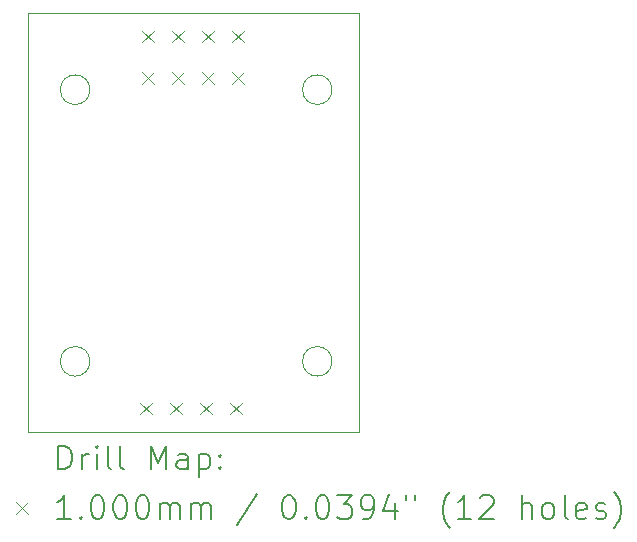
<source format=gbr>
%TF.GenerationSoftware,KiCad,Pcbnew,8.0.5*%
%TF.CreationDate,2024-10-02T23:49:12-05:00*%
%TF.ProjectId,OLED PCB,4f4c4544-2050-4434-922e-6b696361645f,rev?*%
%TF.SameCoordinates,Original*%
%TF.FileFunction,Drillmap*%
%TF.FilePolarity,Positive*%
%FSLAX45Y45*%
G04 Gerber Fmt 4.5, Leading zero omitted, Abs format (unit mm)*
G04 Created by KiCad (PCBNEW 8.0.5) date 2024-10-02 23:49:12*
%MOMM*%
%LPD*%
G01*
G04 APERTURE LIST*
%ADD10C,0.050000*%
%ADD11C,0.200000*%
%ADD12C,0.100000*%
G04 APERTURE END LIST*
D10*
X18575000Y-10450000D02*
G75*
G02*
X18325000Y-10450000I-125000J0D01*
G01*
X18325000Y-10450000D02*
G75*
G02*
X18575000Y-10450000I125000J0D01*
G01*
X18575000Y-8150000D02*
G75*
G02*
X18325000Y-8150000I-125000J0D01*
G01*
X18325000Y-8150000D02*
G75*
G02*
X18575000Y-8150000I125000J0D01*
G01*
X16525000Y-8150000D02*
G75*
G02*
X16275000Y-8150000I-125000J0D01*
G01*
X16275000Y-8150000D02*
G75*
G02*
X16525000Y-8150000I125000J0D01*
G01*
X16525000Y-10450000D02*
G75*
G02*
X16275000Y-10450000I-125000J0D01*
G01*
X16275000Y-10450000D02*
G75*
G02*
X16525000Y-10450000I125000J0D01*
G01*
X16000000Y-7500000D02*
X18800000Y-7500000D01*
X18800000Y-11050000D01*
X16000000Y-11050000D01*
X16000000Y-7500000D01*
D11*
D12*
X16950000Y-10800000D02*
X17050000Y-10900000D01*
X17050000Y-10800000D02*
X16950000Y-10900000D01*
X16969000Y-7650000D02*
X17069000Y-7750000D01*
X17069000Y-7650000D02*
X16969000Y-7750000D01*
X16969000Y-8000000D02*
X17069000Y-8100000D01*
X17069000Y-8000000D02*
X16969000Y-8100000D01*
X17204000Y-10800000D02*
X17304000Y-10900000D01*
X17304000Y-10800000D02*
X17204000Y-10900000D01*
X17223000Y-7650000D02*
X17323000Y-7750000D01*
X17323000Y-7650000D02*
X17223000Y-7750000D01*
X17223000Y-8000000D02*
X17323000Y-8100000D01*
X17323000Y-8000000D02*
X17223000Y-8100000D01*
X17458000Y-10800000D02*
X17558000Y-10900000D01*
X17558000Y-10800000D02*
X17458000Y-10900000D01*
X17477000Y-7650000D02*
X17577000Y-7750000D01*
X17577000Y-7650000D02*
X17477000Y-7750000D01*
X17477000Y-8000000D02*
X17577000Y-8100000D01*
X17577000Y-8000000D02*
X17477000Y-8100000D01*
X17712000Y-10800000D02*
X17812000Y-10900000D01*
X17812000Y-10800000D02*
X17712000Y-10900000D01*
X17731000Y-7650000D02*
X17831000Y-7750000D01*
X17831000Y-7650000D02*
X17731000Y-7750000D01*
X17731000Y-8000000D02*
X17831000Y-8100000D01*
X17831000Y-8000000D02*
X17731000Y-8100000D01*
D11*
X16258277Y-11363984D02*
X16258277Y-11163984D01*
X16258277Y-11163984D02*
X16305896Y-11163984D01*
X16305896Y-11163984D02*
X16334467Y-11173508D01*
X16334467Y-11173508D02*
X16353515Y-11192555D01*
X16353515Y-11192555D02*
X16363039Y-11211603D01*
X16363039Y-11211603D02*
X16372562Y-11249698D01*
X16372562Y-11249698D02*
X16372562Y-11278269D01*
X16372562Y-11278269D02*
X16363039Y-11316365D01*
X16363039Y-11316365D02*
X16353515Y-11335412D01*
X16353515Y-11335412D02*
X16334467Y-11354460D01*
X16334467Y-11354460D02*
X16305896Y-11363984D01*
X16305896Y-11363984D02*
X16258277Y-11363984D01*
X16458277Y-11363984D02*
X16458277Y-11230650D01*
X16458277Y-11268746D02*
X16467801Y-11249698D01*
X16467801Y-11249698D02*
X16477324Y-11240174D01*
X16477324Y-11240174D02*
X16496372Y-11230650D01*
X16496372Y-11230650D02*
X16515420Y-11230650D01*
X16582086Y-11363984D02*
X16582086Y-11230650D01*
X16582086Y-11163984D02*
X16572562Y-11173508D01*
X16572562Y-11173508D02*
X16582086Y-11183031D01*
X16582086Y-11183031D02*
X16591610Y-11173508D01*
X16591610Y-11173508D02*
X16582086Y-11163984D01*
X16582086Y-11163984D02*
X16582086Y-11183031D01*
X16705896Y-11363984D02*
X16686848Y-11354460D01*
X16686848Y-11354460D02*
X16677324Y-11335412D01*
X16677324Y-11335412D02*
X16677324Y-11163984D01*
X16810658Y-11363984D02*
X16791610Y-11354460D01*
X16791610Y-11354460D02*
X16782086Y-11335412D01*
X16782086Y-11335412D02*
X16782086Y-11163984D01*
X17039229Y-11363984D02*
X17039229Y-11163984D01*
X17039229Y-11163984D02*
X17105896Y-11306841D01*
X17105896Y-11306841D02*
X17172563Y-11163984D01*
X17172563Y-11163984D02*
X17172563Y-11363984D01*
X17353515Y-11363984D02*
X17353515Y-11259222D01*
X17353515Y-11259222D02*
X17343991Y-11240174D01*
X17343991Y-11240174D02*
X17324944Y-11230650D01*
X17324944Y-11230650D02*
X17286848Y-11230650D01*
X17286848Y-11230650D02*
X17267801Y-11240174D01*
X17353515Y-11354460D02*
X17334467Y-11363984D01*
X17334467Y-11363984D02*
X17286848Y-11363984D01*
X17286848Y-11363984D02*
X17267801Y-11354460D01*
X17267801Y-11354460D02*
X17258277Y-11335412D01*
X17258277Y-11335412D02*
X17258277Y-11316365D01*
X17258277Y-11316365D02*
X17267801Y-11297317D01*
X17267801Y-11297317D02*
X17286848Y-11287793D01*
X17286848Y-11287793D02*
X17334467Y-11287793D01*
X17334467Y-11287793D02*
X17353515Y-11278269D01*
X17448753Y-11230650D02*
X17448753Y-11430650D01*
X17448753Y-11240174D02*
X17467801Y-11230650D01*
X17467801Y-11230650D02*
X17505896Y-11230650D01*
X17505896Y-11230650D02*
X17524944Y-11240174D01*
X17524944Y-11240174D02*
X17534467Y-11249698D01*
X17534467Y-11249698D02*
X17543991Y-11268746D01*
X17543991Y-11268746D02*
X17543991Y-11325888D01*
X17543991Y-11325888D02*
X17534467Y-11344936D01*
X17534467Y-11344936D02*
X17524944Y-11354460D01*
X17524944Y-11354460D02*
X17505896Y-11363984D01*
X17505896Y-11363984D02*
X17467801Y-11363984D01*
X17467801Y-11363984D02*
X17448753Y-11354460D01*
X17629705Y-11344936D02*
X17639229Y-11354460D01*
X17639229Y-11354460D02*
X17629705Y-11363984D01*
X17629705Y-11363984D02*
X17620182Y-11354460D01*
X17620182Y-11354460D02*
X17629705Y-11344936D01*
X17629705Y-11344936D02*
X17629705Y-11363984D01*
X17629705Y-11240174D02*
X17639229Y-11249698D01*
X17639229Y-11249698D02*
X17629705Y-11259222D01*
X17629705Y-11259222D02*
X17620182Y-11249698D01*
X17620182Y-11249698D02*
X17629705Y-11240174D01*
X17629705Y-11240174D02*
X17629705Y-11259222D01*
D12*
X15897500Y-11642500D02*
X15997500Y-11742500D01*
X15997500Y-11642500D02*
X15897500Y-11742500D01*
D11*
X16363039Y-11783984D02*
X16248753Y-11783984D01*
X16305896Y-11783984D02*
X16305896Y-11583984D01*
X16305896Y-11583984D02*
X16286848Y-11612555D01*
X16286848Y-11612555D02*
X16267801Y-11631603D01*
X16267801Y-11631603D02*
X16248753Y-11641127D01*
X16448753Y-11764936D02*
X16458277Y-11774460D01*
X16458277Y-11774460D02*
X16448753Y-11783984D01*
X16448753Y-11783984D02*
X16439229Y-11774460D01*
X16439229Y-11774460D02*
X16448753Y-11764936D01*
X16448753Y-11764936D02*
X16448753Y-11783984D01*
X16582086Y-11583984D02*
X16601134Y-11583984D01*
X16601134Y-11583984D02*
X16620182Y-11593508D01*
X16620182Y-11593508D02*
X16629705Y-11603031D01*
X16629705Y-11603031D02*
X16639229Y-11622079D01*
X16639229Y-11622079D02*
X16648753Y-11660174D01*
X16648753Y-11660174D02*
X16648753Y-11707793D01*
X16648753Y-11707793D02*
X16639229Y-11745888D01*
X16639229Y-11745888D02*
X16629705Y-11764936D01*
X16629705Y-11764936D02*
X16620182Y-11774460D01*
X16620182Y-11774460D02*
X16601134Y-11783984D01*
X16601134Y-11783984D02*
X16582086Y-11783984D01*
X16582086Y-11783984D02*
X16563039Y-11774460D01*
X16563039Y-11774460D02*
X16553515Y-11764936D01*
X16553515Y-11764936D02*
X16543991Y-11745888D01*
X16543991Y-11745888D02*
X16534467Y-11707793D01*
X16534467Y-11707793D02*
X16534467Y-11660174D01*
X16534467Y-11660174D02*
X16543991Y-11622079D01*
X16543991Y-11622079D02*
X16553515Y-11603031D01*
X16553515Y-11603031D02*
X16563039Y-11593508D01*
X16563039Y-11593508D02*
X16582086Y-11583984D01*
X16772562Y-11583984D02*
X16791610Y-11583984D01*
X16791610Y-11583984D02*
X16810658Y-11593508D01*
X16810658Y-11593508D02*
X16820182Y-11603031D01*
X16820182Y-11603031D02*
X16829705Y-11622079D01*
X16829705Y-11622079D02*
X16839229Y-11660174D01*
X16839229Y-11660174D02*
X16839229Y-11707793D01*
X16839229Y-11707793D02*
X16829705Y-11745888D01*
X16829705Y-11745888D02*
X16820182Y-11764936D01*
X16820182Y-11764936D02*
X16810658Y-11774460D01*
X16810658Y-11774460D02*
X16791610Y-11783984D01*
X16791610Y-11783984D02*
X16772562Y-11783984D01*
X16772562Y-11783984D02*
X16753515Y-11774460D01*
X16753515Y-11774460D02*
X16743991Y-11764936D01*
X16743991Y-11764936D02*
X16734467Y-11745888D01*
X16734467Y-11745888D02*
X16724943Y-11707793D01*
X16724943Y-11707793D02*
X16724943Y-11660174D01*
X16724943Y-11660174D02*
X16734467Y-11622079D01*
X16734467Y-11622079D02*
X16743991Y-11603031D01*
X16743991Y-11603031D02*
X16753515Y-11593508D01*
X16753515Y-11593508D02*
X16772562Y-11583984D01*
X16963039Y-11583984D02*
X16982086Y-11583984D01*
X16982086Y-11583984D02*
X17001134Y-11593508D01*
X17001134Y-11593508D02*
X17010658Y-11603031D01*
X17010658Y-11603031D02*
X17020182Y-11622079D01*
X17020182Y-11622079D02*
X17029705Y-11660174D01*
X17029705Y-11660174D02*
X17029705Y-11707793D01*
X17029705Y-11707793D02*
X17020182Y-11745888D01*
X17020182Y-11745888D02*
X17010658Y-11764936D01*
X17010658Y-11764936D02*
X17001134Y-11774460D01*
X17001134Y-11774460D02*
X16982086Y-11783984D01*
X16982086Y-11783984D02*
X16963039Y-11783984D01*
X16963039Y-11783984D02*
X16943991Y-11774460D01*
X16943991Y-11774460D02*
X16934467Y-11764936D01*
X16934467Y-11764936D02*
X16924944Y-11745888D01*
X16924944Y-11745888D02*
X16915420Y-11707793D01*
X16915420Y-11707793D02*
X16915420Y-11660174D01*
X16915420Y-11660174D02*
X16924944Y-11622079D01*
X16924944Y-11622079D02*
X16934467Y-11603031D01*
X16934467Y-11603031D02*
X16943991Y-11593508D01*
X16943991Y-11593508D02*
X16963039Y-11583984D01*
X17115420Y-11783984D02*
X17115420Y-11650650D01*
X17115420Y-11669698D02*
X17124944Y-11660174D01*
X17124944Y-11660174D02*
X17143991Y-11650650D01*
X17143991Y-11650650D02*
X17172563Y-11650650D01*
X17172563Y-11650650D02*
X17191610Y-11660174D01*
X17191610Y-11660174D02*
X17201134Y-11679222D01*
X17201134Y-11679222D02*
X17201134Y-11783984D01*
X17201134Y-11679222D02*
X17210658Y-11660174D01*
X17210658Y-11660174D02*
X17229705Y-11650650D01*
X17229705Y-11650650D02*
X17258277Y-11650650D01*
X17258277Y-11650650D02*
X17277325Y-11660174D01*
X17277325Y-11660174D02*
X17286848Y-11679222D01*
X17286848Y-11679222D02*
X17286848Y-11783984D01*
X17382086Y-11783984D02*
X17382086Y-11650650D01*
X17382086Y-11669698D02*
X17391610Y-11660174D01*
X17391610Y-11660174D02*
X17410658Y-11650650D01*
X17410658Y-11650650D02*
X17439229Y-11650650D01*
X17439229Y-11650650D02*
X17458277Y-11660174D01*
X17458277Y-11660174D02*
X17467801Y-11679222D01*
X17467801Y-11679222D02*
X17467801Y-11783984D01*
X17467801Y-11679222D02*
X17477325Y-11660174D01*
X17477325Y-11660174D02*
X17496372Y-11650650D01*
X17496372Y-11650650D02*
X17524944Y-11650650D01*
X17524944Y-11650650D02*
X17543991Y-11660174D01*
X17543991Y-11660174D02*
X17553515Y-11679222D01*
X17553515Y-11679222D02*
X17553515Y-11783984D01*
X17943991Y-11574460D02*
X17772563Y-11831603D01*
X18201134Y-11583984D02*
X18220182Y-11583984D01*
X18220182Y-11583984D02*
X18239229Y-11593508D01*
X18239229Y-11593508D02*
X18248753Y-11603031D01*
X18248753Y-11603031D02*
X18258277Y-11622079D01*
X18258277Y-11622079D02*
X18267801Y-11660174D01*
X18267801Y-11660174D02*
X18267801Y-11707793D01*
X18267801Y-11707793D02*
X18258277Y-11745888D01*
X18258277Y-11745888D02*
X18248753Y-11764936D01*
X18248753Y-11764936D02*
X18239229Y-11774460D01*
X18239229Y-11774460D02*
X18220182Y-11783984D01*
X18220182Y-11783984D02*
X18201134Y-11783984D01*
X18201134Y-11783984D02*
X18182087Y-11774460D01*
X18182087Y-11774460D02*
X18172563Y-11764936D01*
X18172563Y-11764936D02*
X18163039Y-11745888D01*
X18163039Y-11745888D02*
X18153515Y-11707793D01*
X18153515Y-11707793D02*
X18153515Y-11660174D01*
X18153515Y-11660174D02*
X18163039Y-11622079D01*
X18163039Y-11622079D02*
X18172563Y-11603031D01*
X18172563Y-11603031D02*
X18182087Y-11593508D01*
X18182087Y-11593508D02*
X18201134Y-11583984D01*
X18353515Y-11764936D02*
X18363039Y-11774460D01*
X18363039Y-11774460D02*
X18353515Y-11783984D01*
X18353515Y-11783984D02*
X18343991Y-11774460D01*
X18343991Y-11774460D02*
X18353515Y-11764936D01*
X18353515Y-11764936D02*
X18353515Y-11783984D01*
X18486848Y-11583984D02*
X18505896Y-11583984D01*
X18505896Y-11583984D02*
X18524944Y-11593508D01*
X18524944Y-11593508D02*
X18534468Y-11603031D01*
X18534468Y-11603031D02*
X18543991Y-11622079D01*
X18543991Y-11622079D02*
X18553515Y-11660174D01*
X18553515Y-11660174D02*
X18553515Y-11707793D01*
X18553515Y-11707793D02*
X18543991Y-11745888D01*
X18543991Y-11745888D02*
X18534468Y-11764936D01*
X18534468Y-11764936D02*
X18524944Y-11774460D01*
X18524944Y-11774460D02*
X18505896Y-11783984D01*
X18505896Y-11783984D02*
X18486848Y-11783984D01*
X18486848Y-11783984D02*
X18467801Y-11774460D01*
X18467801Y-11774460D02*
X18458277Y-11764936D01*
X18458277Y-11764936D02*
X18448753Y-11745888D01*
X18448753Y-11745888D02*
X18439229Y-11707793D01*
X18439229Y-11707793D02*
X18439229Y-11660174D01*
X18439229Y-11660174D02*
X18448753Y-11622079D01*
X18448753Y-11622079D02*
X18458277Y-11603031D01*
X18458277Y-11603031D02*
X18467801Y-11593508D01*
X18467801Y-11593508D02*
X18486848Y-11583984D01*
X18620182Y-11583984D02*
X18743991Y-11583984D01*
X18743991Y-11583984D02*
X18677325Y-11660174D01*
X18677325Y-11660174D02*
X18705896Y-11660174D01*
X18705896Y-11660174D02*
X18724944Y-11669698D01*
X18724944Y-11669698D02*
X18734468Y-11679222D01*
X18734468Y-11679222D02*
X18743991Y-11698269D01*
X18743991Y-11698269D02*
X18743991Y-11745888D01*
X18743991Y-11745888D02*
X18734468Y-11764936D01*
X18734468Y-11764936D02*
X18724944Y-11774460D01*
X18724944Y-11774460D02*
X18705896Y-11783984D01*
X18705896Y-11783984D02*
X18648753Y-11783984D01*
X18648753Y-11783984D02*
X18629706Y-11774460D01*
X18629706Y-11774460D02*
X18620182Y-11764936D01*
X18839229Y-11783984D02*
X18877325Y-11783984D01*
X18877325Y-11783984D02*
X18896372Y-11774460D01*
X18896372Y-11774460D02*
X18905896Y-11764936D01*
X18905896Y-11764936D02*
X18924944Y-11736365D01*
X18924944Y-11736365D02*
X18934468Y-11698269D01*
X18934468Y-11698269D02*
X18934468Y-11622079D01*
X18934468Y-11622079D02*
X18924944Y-11603031D01*
X18924944Y-11603031D02*
X18915420Y-11593508D01*
X18915420Y-11593508D02*
X18896372Y-11583984D01*
X18896372Y-11583984D02*
X18858277Y-11583984D01*
X18858277Y-11583984D02*
X18839229Y-11593508D01*
X18839229Y-11593508D02*
X18829706Y-11603031D01*
X18829706Y-11603031D02*
X18820182Y-11622079D01*
X18820182Y-11622079D02*
X18820182Y-11669698D01*
X18820182Y-11669698D02*
X18829706Y-11688746D01*
X18829706Y-11688746D02*
X18839229Y-11698269D01*
X18839229Y-11698269D02*
X18858277Y-11707793D01*
X18858277Y-11707793D02*
X18896372Y-11707793D01*
X18896372Y-11707793D02*
X18915420Y-11698269D01*
X18915420Y-11698269D02*
X18924944Y-11688746D01*
X18924944Y-11688746D02*
X18934468Y-11669698D01*
X19105896Y-11650650D02*
X19105896Y-11783984D01*
X19058277Y-11574460D02*
X19010658Y-11717317D01*
X19010658Y-11717317D02*
X19134468Y-11717317D01*
X19201134Y-11583984D02*
X19201134Y-11622079D01*
X19277325Y-11583984D02*
X19277325Y-11622079D01*
X19572563Y-11860174D02*
X19563039Y-11850650D01*
X19563039Y-11850650D02*
X19543991Y-11822079D01*
X19543991Y-11822079D02*
X19534468Y-11803031D01*
X19534468Y-11803031D02*
X19524944Y-11774460D01*
X19524944Y-11774460D02*
X19515420Y-11726841D01*
X19515420Y-11726841D02*
X19515420Y-11688746D01*
X19515420Y-11688746D02*
X19524944Y-11641127D01*
X19524944Y-11641127D02*
X19534468Y-11612555D01*
X19534468Y-11612555D02*
X19543991Y-11593508D01*
X19543991Y-11593508D02*
X19563039Y-11564936D01*
X19563039Y-11564936D02*
X19572563Y-11555412D01*
X19753515Y-11783984D02*
X19639230Y-11783984D01*
X19696372Y-11783984D02*
X19696372Y-11583984D01*
X19696372Y-11583984D02*
X19677325Y-11612555D01*
X19677325Y-11612555D02*
X19658277Y-11631603D01*
X19658277Y-11631603D02*
X19639230Y-11641127D01*
X19829706Y-11603031D02*
X19839230Y-11593508D01*
X19839230Y-11593508D02*
X19858277Y-11583984D01*
X19858277Y-11583984D02*
X19905896Y-11583984D01*
X19905896Y-11583984D02*
X19924944Y-11593508D01*
X19924944Y-11593508D02*
X19934468Y-11603031D01*
X19934468Y-11603031D02*
X19943991Y-11622079D01*
X19943991Y-11622079D02*
X19943991Y-11641127D01*
X19943991Y-11641127D02*
X19934468Y-11669698D01*
X19934468Y-11669698D02*
X19820182Y-11783984D01*
X19820182Y-11783984D02*
X19943991Y-11783984D01*
X20182087Y-11783984D02*
X20182087Y-11583984D01*
X20267801Y-11783984D02*
X20267801Y-11679222D01*
X20267801Y-11679222D02*
X20258277Y-11660174D01*
X20258277Y-11660174D02*
X20239230Y-11650650D01*
X20239230Y-11650650D02*
X20210658Y-11650650D01*
X20210658Y-11650650D02*
X20191611Y-11660174D01*
X20191611Y-11660174D02*
X20182087Y-11669698D01*
X20391611Y-11783984D02*
X20372563Y-11774460D01*
X20372563Y-11774460D02*
X20363039Y-11764936D01*
X20363039Y-11764936D02*
X20353515Y-11745888D01*
X20353515Y-11745888D02*
X20353515Y-11688746D01*
X20353515Y-11688746D02*
X20363039Y-11669698D01*
X20363039Y-11669698D02*
X20372563Y-11660174D01*
X20372563Y-11660174D02*
X20391611Y-11650650D01*
X20391611Y-11650650D02*
X20420182Y-11650650D01*
X20420182Y-11650650D02*
X20439230Y-11660174D01*
X20439230Y-11660174D02*
X20448753Y-11669698D01*
X20448753Y-11669698D02*
X20458277Y-11688746D01*
X20458277Y-11688746D02*
X20458277Y-11745888D01*
X20458277Y-11745888D02*
X20448753Y-11764936D01*
X20448753Y-11764936D02*
X20439230Y-11774460D01*
X20439230Y-11774460D02*
X20420182Y-11783984D01*
X20420182Y-11783984D02*
X20391611Y-11783984D01*
X20572563Y-11783984D02*
X20553515Y-11774460D01*
X20553515Y-11774460D02*
X20543992Y-11755412D01*
X20543992Y-11755412D02*
X20543992Y-11583984D01*
X20724944Y-11774460D02*
X20705896Y-11783984D01*
X20705896Y-11783984D02*
X20667801Y-11783984D01*
X20667801Y-11783984D02*
X20648753Y-11774460D01*
X20648753Y-11774460D02*
X20639230Y-11755412D01*
X20639230Y-11755412D02*
X20639230Y-11679222D01*
X20639230Y-11679222D02*
X20648753Y-11660174D01*
X20648753Y-11660174D02*
X20667801Y-11650650D01*
X20667801Y-11650650D02*
X20705896Y-11650650D01*
X20705896Y-11650650D02*
X20724944Y-11660174D01*
X20724944Y-11660174D02*
X20734468Y-11679222D01*
X20734468Y-11679222D02*
X20734468Y-11698269D01*
X20734468Y-11698269D02*
X20639230Y-11717317D01*
X20810658Y-11774460D02*
X20829706Y-11783984D01*
X20829706Y-11783984D02*
X20867801Y-11783984D01*
X20867801Y-11783984D02*
X20886849Y-11774460D01*
X20886849Y-11774460D02*
X20896373Y-11755412D01*
X20896373Y-11755412D02*
X20896373Y-11745888D01*
X20896373Y-11745888D02*
X20886849Y-11726841D01*
X20886849Y-11726841D02*
X20867801Y-11717317D01*
X20867801Y-11717317D02*
X20839230Y-11717317D01*
X20839230Y-11717317D02*
X20820182Y-11707793D01*
X20820182Y-11707793D02*
X20810658Y-11688746D01*
X20810658Y-11688746D02*
X20810658Y-11679222D01*
X20810658Y-11679222D02*
X20820182Y-11660174D01*
X20820182Y-11660174D02*
X20839230Y-11650650D01*
X20839230Y-11650650D02*
X20867801Y-11650650D01*
X20867801Y-11650650D02*
X20886849Y-11660174D01*
X20963039Y-11860174D02*
X20972563Y-11850650D01*
X20972563Y-11850650D02*
X20991611Y-11822079D01*
X20991611Y-11822079D02*
X21001134Y-11803031D01*
X21001134Y-11803031D02*
X21010658Y-11774460D01*
X21010658Y-11774460D02*
X21020182Y-11726841D01*
X21020182Y-11726841D02*
X21020182Y-11688746D01*
X21020182Y-11688746D02*
X21010658Y-11641127D01*
X21010658Y-11641127D02*
X21001134Y-11612555D01*
X21001134Y-11612555D02*
X20991611Y-11593508D01*
X20991611Y-11593508D02*
X20972563Y-11564936D01*
X20972563Y-11564936D02*
X20963039Y-11555412D01*
M02*

</source>
